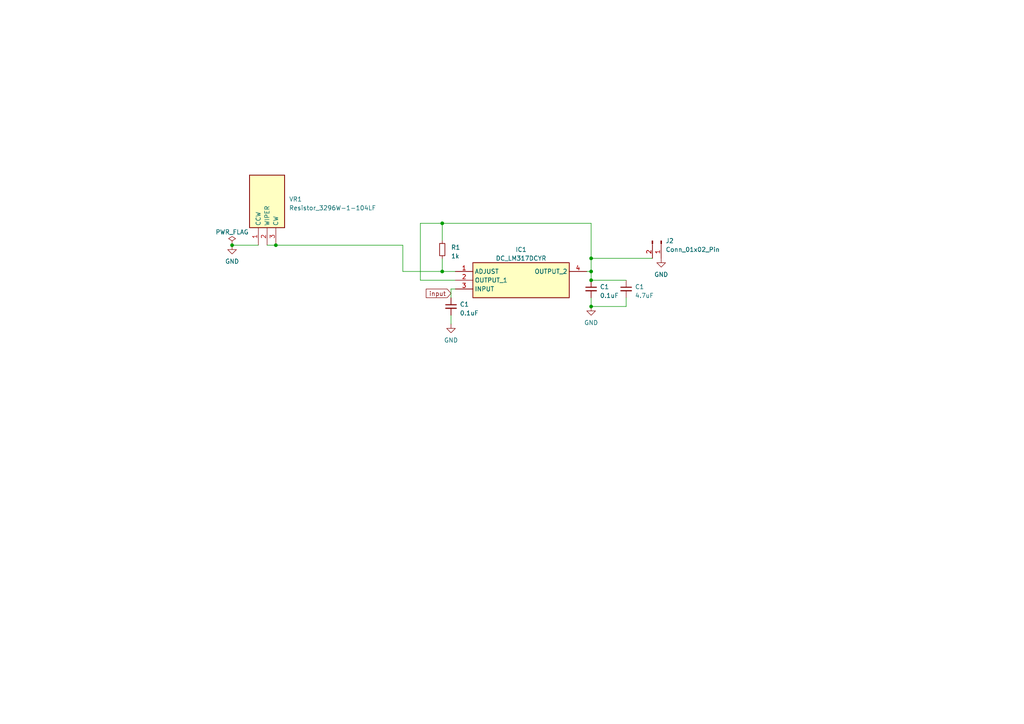
<source format=kicad_sch>
(kicad_sch (version 20230121) (generator eeschema)
  (paper "A4")
  (lib_symbols
    (symbol "Connector:Conn_01x02_Pin" (pin_names (offset 1.016) hide)
      (property "Reference" "J" (at 0 2.54 0))
      (property "Value" "Conn_01x02_Pin" (at 0 -5.08 0))
      (symbol "Conn_01x02_Pin_1_1"
        (polyline (pts (xy 1.27 -2.54) (xy 0.8636 -2.54)) (stroke (width 0.1524)))
        (polyline (pts (xy 1.27 0) (xy 0.8636 0)) (stroke (width 0.1524)))
        (rectangle (start 0.8636 -2.413) (end 0 -2.667) (stroke (width 0.1524)) (fill (type outline)))
        (rectangle (start 0.8636 0.127) (end 0 -0.127) (stroke (width 0.1524)) (fill (type outline)))
        (pin passive line (at 5.08 0 180) (length 3.81) (name "Pin_1") (number "1"))
        (pin passive line (at 5.08 -2.54 180) (length 3.81) (name "Pin_2") (number "2"))
      )
    )
    (symbol "Device:C_Small" (pin_numbers hide) (pin_names (offset 0.254) hide)
      (property "Reference" "C" (at 0.254 1.778 0))
      (property "Value" "C_Small" (at 0.254 -2.032 0))
      (symbol "C_Small_0_1"
        (polyline (pts (xy -1.524 -0.508) (xy 1.524 -0.508)) (stroke (width 0.3302)))
        (polyline (pts (xy -1.524 0.508) (xy 1.524 0.508)) (stroke (width 0.3048)))
      )
      (symbol "C_Small_1_1"
        (pin passive line (at 0 2.54 270) (length 2.032) (name "~") (number "1"))
        (pin passive line (at 0 -2.54 90) (length 2.032) (name "~") (number "2"))
      )
    )
    (symbol "Device:R_Small" (pin_numbers hide) (pin_names (offset 0.254) hide)
      (property "Reference" "R" (at 0.762 0.508 0))
      (property "Value" "R_Small" (at 0.762 -1.016 0))
      (symbol "R_Small_0_1"
        (rectangle (start -0.762 1.778) (end 0.762 -1.778) (stroke (width 0.2032)))
      )
      (symbol "R_Small_1_1"
        (pin passive line (at 0 2.54 270) (length 0.762) (name "~") (number "1"))
        (pin passive line (at 0 -2.54 90) (length 0.762) (name "~") (number "2"))
      )
    )
    (symbol "Radar:DC_LM317MDCYR"
      (property "Reference" "IC" (at 34.29 7.62 0))
      (property "Value" "DC_LM317MDCYR" (at 34.29 5.08 0))
      (symbol "DC_LM317MDCYR_1_1"
        (rectangle (start 5.08 2.54) (end 33.02 -7.62) (stroke (width 0.254)) (fill (type background)))
        (pin passive line (at 0 0 0) (length 5.08) (name "ADJUST") (number "1"))
        (pin passive line (at 0 -2.54 0) (length 5.08) (name "OUTPUT_1") (number "2"))
        (pin passive line (at 0 -5.08 0) (length 5.08) (name "INPUT") (number "3"))
        (pin passive line (at 38.1 0 180) (length 5.08) (name "OUTPUT_2") (number "4"))
      )
    )
    (symbol "Radar:Resistor_3296W-1-104LF"
      (property "Reference" "VR" (at 21.59 7.62 0))
      (property "Value" "Resistor_3296W-1-104LF" (at 21.59 5.08 0))
      (symbol "Resistor_3296W-1-104LF_1_1"
        (rectangle (start 5.08 2.54) (end 20.32 -7.62) (stroke (width 0.254)) (fill (type background)))
        (pin passive line (at 0 0 0) (length 5.08) (name "CCW") (number "1"))
        (pin passive line (at 0 -2.54 0) (length 5.08) (name "WIPER") (number "2"))
        (pin passive line (at 0 -5.08 0) (length 5.08) (name "CW") (number "3"))
      )
    )
    (symbol "power:GND" (power) (pin_names (offset 0))
      (property "Value" "GND" (at 0 -3.81 0))
      (symbol "GND_0_1"
        (polyline (pts (xy 0 0) (xy 0 -1.27) (xy 1.27 -1.27) (xy 0 -2.54) (xy -1.27 -1.27) (xy 0 -1.27)))
      )
      (symbol "GND_1_1"
        (pin power_in line (at 0 0 270) (length 0) hide (name "GND") (number "1"))
      )
    )
    (symbol "power:PWR_FLAG" (power) (pin_numbers hide) (pin_names (offset 0) hide)
      (property "Value" "PWR_FLAG" (at 0 3.81 0))
      (symbol "PWR_FLAG_0_0"
        (pin power_out line (at 0 0 90) (length 0) (name "pwr") (number "1"))
      )
      (symbol "PWR_FLAG_0_1"
        (polyline (pts (xy 0 0) (xy 0 1.27) (xy -1.016 1.905) (xy 0 2.54) (xy 1.016 1.905) (xy 0 1.27)))
      )
    )
  )
  (junction (at 67.31 71.12))
  (junction (at 171.45 74.93))
  (junction (at 171.45 88.9))
  (junction (at 80.01 71.12))
  (junction (at 128.27 64.77))
  (junction (at 128.27 78.74))
  (junction (at 171.45 81.28))
  (junction (at 171.45 78.74))
  (wire (pts (xy 128.27 74.93) (xy 128.27 78.74)))
  (wire (pts (xy 130.81 93.98) (xy 130.81 91.44)))
  (wire (pts (xy 128.27 64.77) (xy 171.45 64.77)))
  (wire (pts (xy 171.45 74.93) (xy 189.23 74.93)))
  (wire (pts (xy 121.92 81.28) (xy 121.92 64.77)))
  (wire (pts (xy 171.45 78.74) (xy 170.18 78.74)))
  (wire (pts (xy 132.08 81.28) (xy 121.92 81.28)))
  (wire (pts (xy 128.27 78.74) (xy 132.08 78.74)))
  (wire (pts (xy 181.61 81.28) (xy 171.45 81.28)))
  (wire (pts (xy 171.45 64.77) (xy 171.45 74.93)))
  (wire (pts (xy 171.45 81.28) (xy 171.45 78.74)))
  (wire (pts (xy 171.45 88.9) (xy 171.45 86.36)))
  (wire (pts (xy 181.61 86.36) (xy 181.61 88.9)))
  (wire (pts (xy 171.45 74.93) (xy 171.45 78.74)))
  (wire (pts (xy 130.81 83.82) (xy 132.08 83.82)))
  (wire (pts (xy 128.27 64.77) (xy 128.27 69.85)))
  (wire (pts (xy 116.84 78.74) (xy 116.84 71.12)))
  (wire (pts (xy 181.61 88.9) (xy 171.45 88.9)))
  (wire (pts (xy 77.47 71.12) (xy 80.01 71.12)))
  (wire (pts (xy 121.92 64.77) (xy 128.27 64.77)))
  (wire (pts (xy 67.31 71.12) (xy 74.93 71.12)))
  (wire (pts (xy 116.84 78.74) (xy 128.27 78.74)))
  (wire (pts (xy 80.01 71.12) (xy 116.84 71.12)))
  (wire (pts (xy 130.81 86.36) (xy 130.81 83.82)))
  (global_label "input" (shape input) (at 130.81 85.09 180) (property "Intersheetrefs" "${INTERSHEET_REFS}" (effects hide)))
  (symbol (lib_id "power:GND") (at 130.81 93.98 0) (unit 1)
    (property "Reference" "#PWR04" (effects hide))
    (property "Value" "GND" (at 130.81 98.679 0))
    (instances (project "PowerManage.2" (path "" (reference "#PWR04") (unit 1)) (path "" (reference "#PWR062") (unit 1)) (path "" (reference "#PWR0102") (unit 1)) (path "" (reference "#PWR0142") (unit 1))) (project "PowerBoard_tunable" (path "" (reference "#PWR02") (unit 1)) (path "" (reference "#PWR06") (unit 1)) (path "" (reference "#PWR010") (unit 1)) (path "" (reference "#PWR019") (unit 1)) (path "" (reference "#PWR029") (unit 1))) (project "PowerBoard_cavity_20230711" (path "" (reference "#PWR023") (unit 1)) (path "" (reference "#PWR065") (unit 1)) (path "" (reference "#PWR035") (unit 1)) (path "" (reference "#PWR071") (unit 1))) (project "5V,3.3V,2.5V1.8V" (path "" (reference "#PWR04") (unit 1))))
  )
  (symbol (lib_id "Connector:Conn_01x02_Pin") (at 191.77 69.85 270) (unit 1)
    (property "Reference" "J2" (at 193.04 69.85 90) (effects (justify left)))
    (property "Value" "Conn_01x02_Pin" (at 193.04 72.39 90) (effects (justify left)))
    (property "Footprint" "Connector_JST:JST_XH_B2B-XH-A_1x02_P2.50mm_Vertical" (effects hide))
    (instances (project "TX_switch_cavity(2mm)" (path "" (reference "J2") (unit 1))) (project "PowerBoard_tunable" (path "" (reference "J1") (unit 1)) (path "" (reference "J4") (unit 1)) (path "" (reference "J6") (unit 1)) (path "" (reference "J11") (unit 1)) (path "" (reference "J10") (unit 1))))
  )
  (symbol (lib_id "Device:C_Small") (at 130.81 88.9 0) (unit 1)
    (property "Reference" "C1" (at 133.35 88.2713 0) (effects (justify left)))
    (property "Value" "0.1uF" (at 133.35 90.8113 0) (effects (justify left)))
    (property "Footprint" "Capacitor_SMD:C_0603_1608Metric_0603 usual" (effects hide))
    (instances (project "PowerBoard_tunable" (path "" (reference "C1") (unit 1)) (path "" (reference "C2") (unit 1)) (path "" (reference "C3") (unit 1)) (path "" (reference "C5") (unit 1)) (path "" (reference "C16") (unit 1))) (project "PowerBoard_cavity_20230711" (path "" (reference "C17") (unit 1)) (path "" (reference "C51") (unit 1)) (path "" (reference "C26") (unit 1)) (path "" (reference "C52") (unit 1))))
  )
  (symbol (lib_id "power:GND") (at 171.45 88.9 0) (unit 1)
    (property "Reference" "#PWR04" (effects hide))
    (property "Value" "GND" (at 171.45 93.599 0))
    (instances (project "PowerManage.2" (path "" (reference "#PWR04") (unit 1)) (path "" (reference "#PWR062") (unit 1)) (path "" (reference "#PWR0102") (unit 1)) (path "" (reference "#PWR0142") (unit 1))) (project "PowerBoard_tunable" (path "" (reference "#PWR02") (unit 1)) (path "" (reference "#PWR06") (unit 1)) (path "" (reference "#PWR010") (unit 1)) (path "" (reference "#PWR014") (unit 1)) (path "" (reference "#PWR027") (unit 1)) (path "" (reference "#PWR031") (unit 1))) (project "PowerBoard_cavity_20230711" (path "" (reference "#PWR023") (unit 1)) (path "" (reference "#PWR065") (unit 1)) (path "" (reference "#PWR035") (unit 1)) (path "" (reference "#PWR071") (unit 1))) (project "5V,3.3V,2.5V1.8V" (path "" (reference "#PWR04") (unit 1))))
  )
  (symbol (lib_id "Device:C_Small") (at 171.45 83.82 0) (unit 1)
    (property "Reference" "C1" (at 173.99 83.1913 0) (effects (justify left)))
    (property "Value" "0.1uF" (at 173.99 85.7313 0) (effects (justify left)))
    (property "Footprint" "Capacitor_SMD:C_0603_1608Metric_0603 usual" (effects hide))
    (instances (project "PowerBoard_tunable" (path "" (reference "C1") (unit 1)) (path "" (reference "C2") (unit 1)) (path "" (reference "C3") (unit 1)) (path "" (reference "C4") (unit 1)) (path "" (reference "C10") (unit 1)) (path "" (reference "C17") (unit 1))) (project "PowerBoard_cavity_20230711" (path "" (reference "C17") (unit 1)) (path "" (reference "C51") (unit 1)) (path "" (reference "C26") (unit 1)) (path "" (reference "C52") (unit 1))))
  )
  (symbol (lib_id "power:GND") (at 191.77 74.93 0) (unit 1)
    (property "Reference" "#PWR04" (effects hide))
    (property "Value" "GND" (at 191.77 79.629 0))
    (instances (project "PowerManage.2" (path "" (reference "#PWR04") (unit 1)) (path "" (reference "#PWR062") (unit 1)) (path "" (reference "#PWR0102") (unit 1)) (path "" (reference "#PWR0142") (unit 1))) (project "PowerBoard_tunable" (path "" (reference "#PWR03") (unit 1)) (path "" (reference "#PWR08") (unit 1)) (path "" (reference "#PWR012") (unit 1)) (path "" (reference "#PWR021") (unit 1)) (path "" (reference "#PWR032") (unit 1))) (project "PowerBoard_cavity_20230711" (path "" (reference "#PWR023") (unit 1)) (path "" (reference "#PWR065") (unit 1)) (path "" (reference "#PWR035") (unit 1)) (path "" (reference "#PWR071") (unit 1))) (project "5V,3.3V,2.5V1.8V" (path "" (reference "#PWR04") (unit 1))))
  )
  (symbol (lib_id "Device:C_Small") (at 181.61 83.82 0) (unit 1)
    (property "Reference" "C1" (at 184.15 83.1913 0) (effects (justify left)))
    (property "Value" "4.7uF" (at 184.15 85.7313 0) (effects (justify left)))
    (property "Footprint" "Capacitor_SMD:C_0603_1608Metric_0603 usual" (effects hide))
    (instances (project "PowerBoard_tunable" (path "" (reference "C1") (unit 1)) (path "" (reference "C2") (unit 1)) (path "" (reference "C3") (unit 1)) (path "" (reference "C11") (unit 1)) (path "" (reference "C18") (unit 1))) (project "PowerBoard_cavity_20230711" (path "" (reference "C17") (unit 1)) (path "" (reference "C51") (unit 1)) (path "" (reference "C26") (unit 1)) (path "" (reference "C52") (unit 1))))
  )
  (symbol (lib_id "power:PWR_FLAG") (at 67.31 71.12 0) (unit 1)
    (property "Reference" "#FLG01" (effects hide))
    (property "Value" "PWR_FLAG" (at 67.31 67.31 0))
    (instances (project "PowerBoard_tunable" (path "" (reference "#FLG01") (unit 1)) (path "" (reference "#FLG02") (unit 1)) (path "" (reference "#FLG03") (unit 1)) (path "" (reference "#FLG05") (unit 1)) (path "" (reference "#FLG01") (unit 1))))
  )
  (symbol (lib_id "power:GND") (at 67.31 71.12 0) (unit 1)
    (property "Reference" "#PWR04" (effects hide))
    (property "Value" "GND" (at 67.31 75.819 0))
    (instances (project "PowerManage.2" (path "" (reference "#PWR04") (unit 1)) (path "" (reference "#PWR062") (unit 1)) (path "" (reference "#PWR0102") (unit 1)) (path "" (reference "#PWR0142") (unit 1))) (project "PowerBoard_tunable" (path "" (reference "#PWR02") (unit 1)) (path "" (reference "#PWR06") (unit 1)) (path "" (reference "#PWR010") (unit 1)) (path "" (reference "#PWR013") (unit 1)) (path "" (reference "#PWR028") (unit 1)) (path "" (reference "#PWR020") (unit 1))) (project "PowerBoard_cavity_20230711" (path "" (reference "#PWR023") (unit 1)) (path "" (reference "#PWR065") (unit 1)) (path "" (reference "#PWR035") (unit 1)) (path "" (reference "#PWR071") (unit 1))) (project "5V,3.3V,2.5V1.8V" (path "" (reference "#PWR04") (unit 1))))
  )
  (symbol (lib_id "Device:R_Small") (at 128.27 72.39 0) (unit 1)
    (property "Reference" "R1" (at 130.81 71.755 0) (effects (justify left)))
    (property "Value" "1k" (at 130.81 74.295 0) (effects (justify left)))
    (property "Footprint" "Resistor_SMD:R_0603_1608Metric" (effects hide))
    (instances (project "PowerBoard_tunable" (path "" (reference "R1") (unit 1)) (path "" (reference "R4") (unit 1)) (path "" (reference "R6") (unit 1)) (path "" (reference "R10") (unit 1)) (path "" (reference "R9") (unit 1))) (project "PowerBoard_cavity_20230711" (path "" (reference "R1") (unit 1)) (path "" (reference "R6") (unit 1)) (path "" (reference "R4") (unit 1)) (path "" (reference "R8") (unit 1))))
  )
  (symbol (lib_id "Radar:Resistor_3296W-1-104LF") (at 74.93 71.12 90) (unit 1)
    (property "Reference" "VR1" (at 83.82 57.785 90) (effects (justify right)))
    (property "Value" "Resistor_3296W-1-104LF" (at 83.82 60.325 90) (effects (justify right)))
    (property "Footprint" "Music_Lab:Resistor_3296W-1" (effects hide))
    (property "Datasheet" "https://datasheet.datasheetarchive.com/originals/distributors/Datasheets-10/DSA-187647.pdf" (effects hide))
    (property "Mouser Part Number" "652-3296W-1-104LF" (effects hide))
    (property "Mouser Price/Stock" "https://www.mouser.co.uk/ProductDetail/Bourns/3296W-1-104LF?qs=NxuKWO2Bm4Yv9t2iisRb6w%3D%3D" (effects hide))
    (property "Manufacturer_Name" "Bourns" (effects hide))
    (property "Manufacturer_Part_Number" "3296W-1-104LF" (effects hide))
    (instances (project "PowerBoard_tunable" (path "" (reference "VR1") (unit 1)) (path "" (reference "VR2") (unit 1))))
  )
  (symbol (lib_id "Radar:DC_LM317MDCYR") (at 132.08 78.74 0) (unit 1)
    (property "Reference" "IC1" (at 151.13 72.39 0))
    (property "Value" "DC_LM317DCYR" (at 151.13 74.93 0))
    (property "Footprint" "Music_Lab:DC_LM317_SOT230P700X180-4N" (effects hide))
    (property "Datasheet" "http://www.ti.com/lit/gpn/lm317m" (effects hide))
    (property "Height" "1.8" (effects hide))
    (property "Mouser Part Number" "595-LM317MDCYR" (effects hide))
    (property "Mouser Price/Stock" "https://www.mouser.co.uk/ProductDetail/Texas-Instruments/LM317MDCYR?qs=JS6RUWRH9DWKuMPAAfpOMw%3D%3D" (effects hide))
    (property "Manufacturer_Name" "Texas Instruments" (effects hide))
    (property "Manufacturer_Part_Number" "LM317MDCYR" (effects hide))
    (instances (project "PowerBoard_tunable" (path "" (reference "IC1") (unit 1)) (path "" (reference "IC2") (unit 1)) (path "" (reference "IC3") (unit 1)) (path "" (reference "IC5") (unit 1)) (path "" (reference "IC6") (unit 1))))
  )
)
</source>
